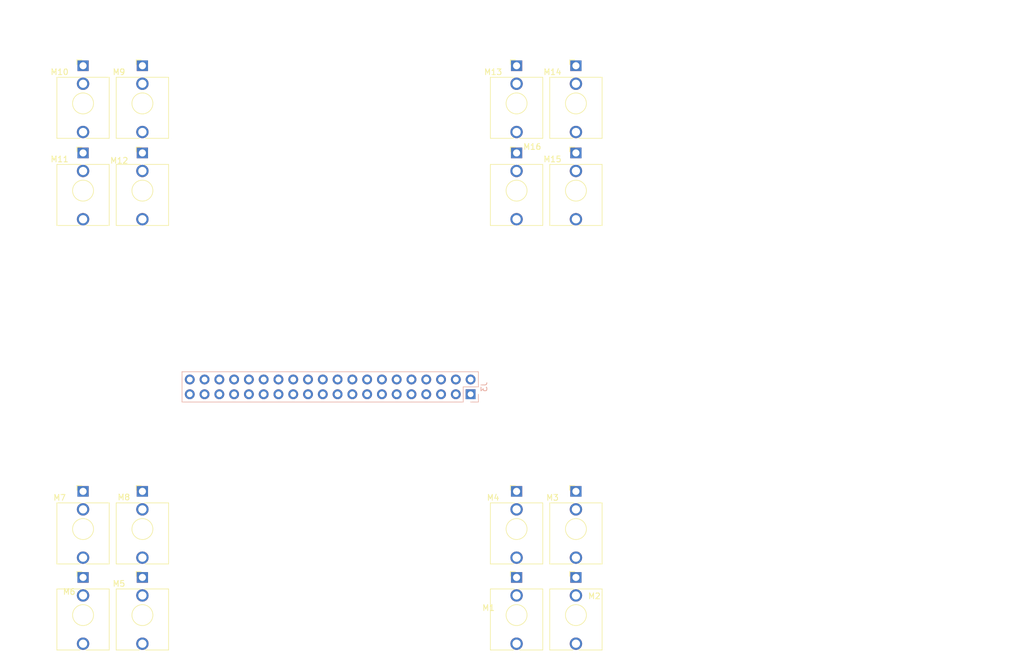
<source format=kicad_pcb>
(kicad_pcb (version 20171130) (host pcbnew 5.0.2+dfsg1-1)

  (general
    (thickness 1.6)
    (drawings 3)
    (tracks 0)
    (zones 0)
    (modules 17)
    (nets 42)
  )

  (page A4)
  (layers
    (0 F.Cu signal)
    (31 B.Cu signal)
    (32 B.Adhes user)
    (33 F.Adhes user)
    (34 B.Paste user)
    (35 F.Paste user)
    (36 B.SilkS user)
    (37 F.SilkS user)
    (38 B.Mask user)
    (39 F.Mask user)
    (40 Dwgs.User user)
    (41 Cmts.User user)
    (42 Eco1.User user)
    (43 Eco2.User user)
    (44 Edge.Cuts user)
    (45 Margin user)
    (46 B.CrtYd user)
    (47 F.CrtYd user)
    (48 B.Fab user)
    (49 F.Fab user)
  )

  (setup
    (last_trace_width 0.25)
    (user_trace_width 0.3)
    (user_trace_width 0.4)
    (user_trace_width 0.6)
    (user_trace_width 0.8)
    (trace_clearance 0.2)
    (zone_clearance 0.4)
    (zone_45_only no)
    (trace_min 0.2)
    (segment_width 0.2)
    (edge_width 0.15)
    (via_size 0.8)
    (via_drill 0.4)
    (via_min_size 0.4)
    (via_min_drill 0.3)
    (uvia_size 0.3)
    (uvia_drill 0.1)
    (uvias_allowed no)
    (uvia_min_size 0.2)
    (uvia_min_drill 0.1)
    (pcb_text_width 0.3)
    (pcb_text_size 1.5 1.5)
    (mod_edge_width 0.15)
    (mod_text_size 1 1)
    (mod_text_width 0.15)
    (pad_size 1.7 1.7)
    (pad_drill 1)
    (pad_to_mask_clearance 0.051)
    (solder_mask_min_width 0.25)
    (aux_axis_origin 0 0)
    (grid_origin 263.5 10.7)
    (visible_elements FFFFF77F)
    (pcbplotparams
      (layerselection 0x010fc_ffffffff)
      (usegerberextensions false)
      (usegerberattributes false)
      (usegerberadvancedattributes false)
      (creategerberjobfile false)
      (excludeedgelayer true)
      (linewidth 0.050000)
      (plotframeref false)
      (viasonmask false)
      (mode 1)
      (useauxorigin false)
      (hpglpennumber 1)
      (hpglpenspeed 20)
      (hpglpendiameter 15.000000)
      (psnegative false)
      (psa4output false)
      (plotreference true)
      (plotvalue true)
      (plotinvisibletext false)
      (padsonsilk false)
      (subtractmaskfromsilk false)
      (outputformat 1)
      (mirror false)
      (drillshape 1)
      (scaleselection 1)
      (outputdirectory ""))
  )

  (net 0 "")
  (net 1 GND)
  (net 2 +3.3VA)
  (net 3 IN4)
  (net 4 IN2)
  (net 5 IN3)
  (net 6 IN1)
  (net 7 ADC6)
  (net 8 C4)
  (net 9 ADC7)
  (net 10 B4)
  (net 11 F8)
  (net 12 F5)
  (net 13 F7)
  (net 14 F1)
  (net 15 C1)
  (net 16 ADC5)
  (net 17 ADC4)
  (net 18 Frec)
  (net 19 C3)
  (net 20 ADC0)
  (net 21 Fpush)
  (net 22 Fplay)
  (net 23 B3)
  (net 24 F6)
  (net 25 B1)
  (net 26 ADC1)
  (net 27 F4)
  (net 28 ADC3)
  (net 29 F2)
  (net 30 ADC2)
  (net 31 F3)
  (net 32 B2)
  (net 33 C2)
  (net 34 OUT4)
  (net 35 OUT3)
  (net 36 OUT2)
  (net 37 OUT1)
  (net 38 v4)
  (net 39 v3)
  (net 40 v2)
  (net 41 v1)

  (net_class Default "This is the default net class."
    (clearance 0.2)
    (trace_width 0.25)
    (via_dia 0.8)
    (via_drill 0.4)
    (uvia_dia 0.3)
    (uvia_drill 0.1)
    (add_net +3.3VA)
    (add_net ADC0)
    (add_net ADC1)
    (add_net ADC2)
    (add_net ADC3)
    (add_net ADC4)
    (add_net ADC5)
    (add_net ADC6)
    (add_net ADC7)
    (add_net B1)
    (add_net B2)
    (add_net B3)
    (add_net B4)
    (add_net C1)
    (add_net C2)
    (add_net C3)
    (add_net C4)
    (add_net F1)
    (add_net F2)
    (add_net F3)
    (add_net F4)
    (add_net F5)
    (add_net F6)
    (add_net F7)
    (add_net F8)
    (add_net Fplay)
    (add_net Fpush)
    (add_net Frec)
    (add_net GND)
    (add_net IN1)
    (add_net IN2)
    (add_net IN3)
    (add_net IN4)
    (add_net OUT1)
    (add_net OUT2)
    (add_net OUT3)
    (add_net OUT4)
    (add_net v1)
    (add_net v2)
    (add_net v3)
    (add_net v4)
  )

  (module Pin_Headers:Pin_Header_Straight_2x20_Pitch2.54mm locked (layer B.Cu) (tedit 59650533) (tstamp 5F97B430)
    (at 126.1 105.5 90)
    (descr "Through hole straight pin header, 2x20, 2.54mm pitch, double rows")
    (tags "Through hole pin header THT 2x20 2.54mm double row")
    (path /5F99750E/5FA1B930)
    (fp_text reference J3 (at 1.27 2.33 90) (layer B.SilkS)
      (effects (font (size 1 1) (thickness 0.15)) (justify mirror))
    )
    (fp_text value Conn_02x20_Counter_Clockwise (at 1.27 -50.59 90) (layer B.Fab)
      (effects (font (size 1 1) (thickness 0.15)) (justify mirror))
    )
    (fp_line (start 0 1.27) (end 3.81 1.27) (layer B.Fab) (width 0.1))
    (fp_line (start 3.81 1.27) (end 3.81 -49.53) (layer B.Fab) (width 0.1))
    (fp_line (start 3.81 -49.53) (end -1.27 -49.53) (layer B.Fab) (width 0.1))
    (fp_line (start -1.27 -49.53) (end -1.27 0) (layer B.Fab) (width 0.1))
    (fp_line (start -1.27 0) (end 0 1.27) (layer B.Fab) (width 0.1))
    (fp_line (start -1.33 -49.59) (end 3.87 -49.59) (layer B.SilkS) (width 0.12))
    (fp_line (start -1.33 -1.27) (end -1.33 -49.59) (layer B.SilkS) (width 0.12))
    (fp_line (start 3.87 1.33) (end 3.87 -49.59) (layer B.SilkS) (width 0.12))
    (fp_line (start -1.33 -1.27) (end 1.27 -1.27) (layer B.SilkS) (width 0.12))
    (fp_line (start 1.27 -1.27) (end 1.27 1.33) (layer B.SilkS) (width 0.12))
    (fp_line (start 1.27 1.33) (end 3.87 1.33) (layer B.SilkS) (width 0.12))
    (fp_line (start -1.33 0) (end -1.33 1.33) (layer B.SilkS) (width 0.12))
    (fp_line (start -1.33 1.33) (end 0 1.33) (layer B.SilkS) (width 0.12))
    (fp_line (start -1.8 1.8) (end -1.8 -50.05) (layer B.CrtYd) (width 0.05))
    (fp_line (start -1.8 -50.05) (end 4.35 -50.05) (layer B.CrtYd) (width 0.05))
    (fp_line (start 4.35 -50.05) (end 4.35 1.8) (layer B.CrtYd) (width 0.05))
    (fp_line (start 4.35 1.8) (end -1.8 1.8) (layer B.CrtYd) (width 0.05))
    (fp_text user %R (at 1.27 -24.13) (layer B.Fab)
      (effects (font (size 1 1) (thickness 0.15)) (justify mirror))
    )
    (pad 1 thru_hole rect (at 0 0 90) (size 1.7 1.7) (drill 1) (layers *.Cu *.Mask)
      (net 7 ADC6))
    (pad 2 thru_hole oval (at 2.54 0 90) (size 1.7 1.7) (drill 1) (layers *.Cu *.Mask)
      (net 8 C4))
    (pad 3 thru_hole oval (at 0 -2.54 90) (size 1.7 1.7) (drill 1) (layers *.Cu *.Mask)
      (net 9 ADC7))
    (pad 4 thru_hole oval (at 2.54 -2.54 90) (size 1.7 1.7) (drill 1) (layers *.Cu *.Mask)
      (net 10 B4))
    (pad 5 thru_hole oval (at 0 -5.08 90) (size 1.7 1.7) (drill 1) (layers *.Cu *.Mask)
      (net 3 IN4))
    (pad 6 thru_hole oval (at 2.54 -5.08 90) (size 1.7 1.7) (drill 1) (layers *.Cu *.Mask)
      (net 11 F8))
    (pad 7 thru_hole oval (at 0 -7.62 90) (size 1.7 1.7) (drill 1) (layers *.Cu *.Mask)
      (net 2 +3.3VA))
    (pad 8 thru_hole oval (at 2.54 -7.62 90) (size 1.7 1.7) (drill 1) (layers *.Cu *.Mask)
      (net 1 GND))
    (pad 9 thru_hole oval (at 0 -10.16 90) (size 1.7 1.7) (drill 1) (layers *.Cu *.Mask)
      (net 1 GND))
    (pad 10 thru_hole oval (at 2.54 -10.16 90) (size 1.7 1.7) (drill 1) (layers *.Cu *.Mask)
      (net 12 F5))
    (pad 11 thru_hole oval (at 0 -12.7 90) (size 1.7 1.7) (drill 1) (layers *.Cu *.Mask)
      (net 13 F7))
    (pad 12 thru_hole oval (at 2.54 -12.7 90) (size 1.7 1.7) (drill 1) (layers *.Cu *.Mask)
      (net 2 +3.3VA))
    (pad 13 thru_hole oval (at 0 -15.24 90) (size 1.7 1.7) (drill 1) (layers *.Cu *.Mask)
      (net 14 F1))
    (pad 14 thru_hole oval (at 2.54 -15.24 90) (size 1.7 1.7) (drill 1) (layers *.Cu *.Mask)
      (net 5 IN3))
    (pad 15 thru_hole oval (at 0 -17.78 90) (size 1.7 1.7) (drill 1) (layers *.Cu *.Mask)
      (net 15 C1))
    (pad 16 thru_hole oval (at 2.54 -17.78 90) (size 1.7 1.7) (drill 1) (layers *.Cu *.Mask)
      (net 16 ADC5))
    (pad 17 thru_hole oval (at 0 -20.32 90) (size 1.7 1.7) (drill 1) (layers *.Cu *.Mask)
      (net 6 IN1))
    (pad 18 thru_hole oval (at 2.54 -20.32 90) (size 1.7 1.7) (drill 1) (layers *.Cu *.Mask)
      (net 17 ADC4))
    (pad 19 thru_hole oval (at 0 -22.86 90) (size 1.7 1.7) (drill 1) (layers *.Cu *.Mask)
      (net 18 Frec))
    (pad 20 thru_hole oval (at 2.54 -22.86 90) (size 1.7 1.7) (drill 1) (layers *.Cu *.Mask)
      (net 19 C3))
    (pad 21 thru_hole oval (at 0 -25.4 90) (size 1.7 1.7) (drill 1) (layers *.Cu *.Mask)
      (net 20 ADC0))
    (pad 22 thru_hole oval (at 2.54 -25.4 90) (size 1.7 1.7) (drill 1) (layers *.Cu *.Mask)
      (net 21 Fpush))
    (pad 23 thru_hole oval (at 0 -27.94 90) (size 1.7 1.7) (drill 1) (layers *.Cu *.Mask)
      (net 22 Fplay))
    (pad 24 thru_hole oval (at 2.54 -27.94 90) (size 1.7 1.7) (drill 1) (layers *.Cu *.Mask)
      (net 23 B3))
    (pad 25 thru_hole oval (at 0 -30.48 90) (size 1.7 1.7) (drill 1) (layers *.Cu *.Mask)
      (net 2 +3.3VA))
    (pad 26 thru_hole oval (at 2.54 -30.48 90) (size 1.7 1.7) (drill 1) (layers *.Cu *.Mask)
      (net 24 F6))
    (pad 27 thru_hole oval (at 0 -33.02 90) (size 1.7 1.7) (drill 1) (layers *.Cu *.Mask)
      (net 25 B1))
    (pad 28 thru_hole oval (at 2.54 -33.02 90) (size 1.7 1.7) (drill 1) (layers *.Cu *.Mask)
      (net 1 GND))
    (pad 29 thru_hole oval (at 0 -35.56 90) (size 1.7 1.7) (drill 1) (layers *.Cu *.Mask)
      (net 26 ADC1))
    (pad 30 thru_hole oval (at 2.54 -35.56 90) (size 1.7 1.7) (drill 1) (layers *.Cu *.Mask)
      (net 27 F4))
    (pad 31 thru_hole oval (at 0 -38.1 90) (size 1.7 1.7) (drill 1) (layers *.Cu *.Mask)
      (net 2 +3.3VA))
    (pad 32 thru_hole oval (at 2.54 -38.1 90) (size 1.7 1.7) (drill 1) (layers *.Cu *.Mask)
      (net 2 +3.3VA))
    (pad 33 thru_hole oval (at 0 -40.64 90) (size 1.7 1.7) (drill 1) (layers *.Cu *.Mask)
      (net 1 GND))
    (pad 34 thru_hole oval (at 2.54 -40.64 90) (size 1.7 1.7) (drill 1) (layers *.Cu *.Mask)
      (net 28 ADC3))
    (pad 35 thru_hole oval (at 0 -43.18 90) (size 1.7 1.7) (drill 1) (layers *.Cu *.Mask)
      (net 29 F2))
    (pad 36 thru_hole oval (at 2.54 -43.18 90) (size 1.7 1.7) (drill 1) (layers *.Cu *.Mask)
      (net 30 ADC2))
    (pad 37 thru_hole oval (at 0 -45.72 90) (size 1.7 1.7) (drill 1) (layers *.Cu *.Mask)
      (net 31 F3))
    (pad 38 thru_hole oval (at 2.54 -45.72 90) (size 1.7 1.7) (drill 1) (layers *.Cu *.Mask)
      (net 32 B2))
    (pad 39 thru_hole oval (at 0 -48.26 90) (size 1.7 1.7) (drill 1) (layers *.Cu *.Mask)
      (net 4 IN2))
    (pad 40 thru_hole oval (at 2.54 -48.26 90) (size 1.7 1.7) (drill 1) (layers *.Cu *.Mask)
      (net 33 C2))
    (model ${KISYS3DMOD}/Pin_Headers.3dshapes/Pin_Header_Straight_2x20_Pitch2.54mm.wrl
      (at (xyz 0 0 0))
      (scale (xyz 1 1 1))
      (rotate (xyz 0 0 0))
    )
  )

  (module new_kicad:Jack_3.5mm_QingPu_WQP-PJ398SM_Vertical_CircularHoles locked (layer F.Cu) (tedit 5FDB4A9C) (tstamp 5FD7541E)
    (at 134 137)
    (descr "TRS 3.5mm, vertical, Thonkiconn, PCB mount, (http://www.qingpu-electronics.com/en/products/WQP-PJ398SM-362.html)")
    (tags "WQP-PJ398SM WQP-PJ301M-12 TRS 3.5mm mono vertical jack thonkiconn qingpu")
    (path /5EED4BC5/5FC4EB23)
    (fp_text reference M1 (at -4.82 5.24 180) (layer F.SilkS)
      (effects (font (size 1 1) (thickness 0.15)))
    )
    (fp_text value AUDIO-JACKERTHENVAR-PJ398 (at -2.3 1.2 180) (layer F.Fab)
      (effects (font (size 1 1) (thickness 0.15)))
    )
    (fp_line (start 0 0) (end 0 2.03) (layer F.Fab) (width 0.1))
    (fp_circle (center 0 6.48) (end 1.8 6.48) (layer F.Fab) (width 0.1))
    (fp_line (start 4.5 2.03) (end -4.5 2.03) (layer F.Fab) (width 0.1))
    (fp_line (start 5 -1.42) (end -5 -1.42) (layer F.CrtYd) (width 0.05))
    (fp_line (start 5 12.98) (end -5 12.98) (layer F.CrtYd) (width 0.05))
    (fp_line (start 5 12.98) (end 5 -1.42) (layer F.CrtYd) (width 0.05))
    (fp_line (start 4.5 12.48) (end -4.5 12.48) (layer F.Fab) (width 0.1))
    (fp_line (start 4.5 12.48) (end 4.5 2.08) (layer F.Fab) (width 0.1))
    (fp_line (start -1.06 -1) (end -0.2 -1) (layer F.SilkS) (width 0.12))
    (fp_line (start -1.06 -1) (end -1.06 -0.2) (layer F.SilkS) (width 0.12))
    (fp_circle (center 0 6.48) (end 1.8 6.48) (layer F.SilkS) (width 0.12))
    (fp_line (start -0.35 1.98) (end -4.5 1.98) (layer F.SilkS) (width 0.12))
    (fp_line (start 4.5 1.98) (end 0.35 1.98) (layer F.SilkS) (width 0.12))
    (fp_line (start -0.5 12.48) (end -4.5 12.48) (layer F.SilkS) (width 0.12))
    (fp_line (start 4.5 12.48) (end 0.5 12.48) (layer F.SilkS) (width 0.12))
    (fp_line (start -1.41 6.02) (end -0.46 5.07) (layer Dwgs.User) (width 0.12))
    (fp_line (start -1.42 6.875) (end 0.4 5.06) (layer Dwgs.User) (width 0.12))
    (fp_line (start -1.07 7.49) (end 1.01 5.41) (layer Dwgs.User) (width 0.12))
    (fp_line (start -0.58 7.83) (end 1.36 5.89) (layer Dwgs.User) (width 0.12))
    (fp_line (start 0.09 7.96) (end 1.48 6.57) (layer Dwgs.User) (width 0.12))
    (fp_circle (center 0 6.48) (end 1.5 6.48) (layer Dwgs.User) (width 0.12))
    (fp_line (start 4.5 1.98) (end 4.5 12.48) (layer F.SilkS) (width 0.12))
    (fp_line (start -4.5 1.98) (end -4.5 12.48) (layer F.SilkS) (width 0.12))
    (fp_text user %R (at 0 8 180) (layer F.Fab)
      (effects (font (size 1 1) (thickness 0.15)))
    )
    (fp_line (start -4.5 12.48) (end -4.5 2.08) (layer F.Fab) (width 0.1))
    (fp_line (start -5 12.98) (end -5 -1.42) (layer F.CrtYd) (width 0.05))
    (fp_text user KEEPOUT (at 0 6.48) (layer Cmts.User)
      (effects (font (size 0.4 0.4) (thickness 0.051)))
    )
    (pad 3 thru_hole circle (at 0 11.4 180) (size 2.13 2.13) (drill 1.43) (layers *.Cu *.Mask)
      (net 37 OUT1))
    (pad 1 thru_hole rect (at 0 0 180) (size 1.93 1.83) (drill 1.22) (layers *.Cu *.Mask)
      (net 1 GND))
    (pad 2 thru_hole circle (at 0 3.1 180) (size 2.13 2.13) (drill 1.42) (layers *.Cu *.Mask))
    (model ${KISYS3DMOD}/Connector_Audio.3dshapes/Jack_3.5mm_QingPu_WQP-PJ398SM_Vertical.wrl
      (at (xyz 0 0 0))
      (scale (xyz 1 1 1))
      (rotate (xyz 0 0 0))
    )
  )

  (module new_kicad:Jack_3.5mm_QingPu_WQP-PJ398SM_Vertical_CircularHoles locked (layer F.Cu) (tedit 5FDB4A9F) (tstamp 5FD75440)
    (at 144.2 137)
    (descr "TRS 3.5mm, vertical, Thonkiconn, PCB mount, (http://www.qingpu-electronics.com/en/products/WQP-PJ398SM-362.html)")
    (tags "WQP-PJ398SM WQP-PJ301M-12 TRS 3.5mm mono vertical jack thonkiconn qingpu")
    (path /5EED4BC5/5FC4F7E9)
    (fp_text reference M2 (at 3.17 3.21 180) (layer F.SilkS)
      (effects (font (size 1 1) (thickness 0.15)))
    )
    (fp_text value AUDIO-JACKERTHENVAR-PJ398 (at 0 5 180) (layer F.Fab)
      (effects (font (size 1 1) (thickness 0.15)))
    )
    (fp_line (start 0 0) (end 0 2.03) (layer F.Fab) (width 0.1))
    (fp_circle (center 0 6.48) (end 1.8 6.48) (layer F.Fab) (width 0.1))
    (fp_line (start 4.5 2.03) (end -4.5 2.03) (layer F.Fab) (width 0.1))
    (fp_line (start 5 -1.42) (end -5 -1.42) (layer F.CrtYd) (width 0.05))
    (fp_line (start 5 12.98) (end -5 12.98) (layer F.CrtYd) (width 0.05))
    (fp_line (start 5 12.98) (end 5 -1.42) (layer F.CrtYd) (width 0.05))
    (fp_line (start 4.5 12.48) (end -4.5 12.48) (layer F.Fab) (width 0.1))
    (fp_line (start 4.5 12.48) (end 4.5 2.08) (layer F.Fab) (width 0.1))
    (fp_line (start -1.06 -1) (end -0.2 -1) (layer F.SilkS) (width 0.12))
    (fp_line (start -1.06 -1) (end -1.06 -0.2) (layer F.SilkS) (width 0.12))
    (fp_circle (center 0 6.48) (end 1.8 6.48) (layer F.SilkS) (width 0.12))
    (fp_line (start -0.35 1.98) (end -4.5 1.98) (layer F.SilkS) (width 0.12))
    (fp_line (start 4.5 1.98) (end 0.35 1.98) (layer F.SilkS) (width 0.12))
    (fp_line (start -0.5 12.48) (end -4.5 12.48) (layer F.SilkS) (width 0.12))
    (fp_line (start 4.5 12.48) (end 0.5 12.48) (layer F.SilkS) (width 0.12))
    (fp_line (start -1.41 6.02) (end -0.46 5.07) (layer Dwgs.User) (width 0.12))
    (fp_line (start -1.42 6.875) (end 0.4 5.06) (layer Dwgs.User) (width 0.12))
    (fp_line (start -1.07 7.49) (end 1.01 5.41) (layer Dwgs.User) (width 0.12))
    (fp_line (start -0.58 7.83) (end 1.36 5.89) (layer Dwgs.User) (width 0.12))
    (fp_line (start 0.09 7.96) (end 1.48 6.57) (layer Dwgs.User) (width 0.12))
    (fp_circle (center 0 6.48) (end 1.5 6.48) (layer Dwgs.User) (width 0.12))
    (fp_line (start 4.5 1.98) (end 4.5 12.48) (layer F.SilkS) (width 0.12))
    (fp_line (start -4.5 1.98) (end -4.5 12.48) (layer F.SilkS) (width 0.12))
    (fp_text user %R (at 0 8 180) (layer F.Fab)
      (effects (font (size 1 1) (thickness 0.15)))
    )
    (fp_line (start -4.5 12.48) (end -4.5 2.08) (layer F.Fab) (width 0.1))
    (fp_line (start -5 12.98) (end -5 -1.42) (layer F.CrtYd) (width 0.05))
    (fp_text user KEEPOUT (at 0 6.48) (layer Cmts.User)
      (effects (font (size 0.4 0.4) (thickness 0.051)))
    )
    (pad 3 thru_hole circle (at 0 11.4 180) (size 2.13 2.13) (drill 1.43) (layers *.Cu *.Mask)
      (net 15 C1))
    (pad 1 thru_hole rect (at 0 0 180) (size 1.93 1.83) (drill 1.22) (layers *.Cu *.Mask)
      (net 1 GND))
    (pad 2 thru_hole circle (at 0 3.1 180) (size 2.13 2.13) (drill 1.42) (layers *.Cu *.Mask))
    (model ${KISYS3DMOD}/Connector_Audio.3dshapes/Jack_3.5mm_QingPu_WQP-PJ398SM_Vertical.wrl
      (at (xyz 0 0 0))
      (scale (xyz 1 1 1))
      (rotate (xyz 0 0 0))
    )
  )

  (module new_kicad:Jack_3.5mm_QingPu_WQP-PJ398SM_Vertical_CircularHoles locked (layer F.Cu) (tedit 5D4B3013) (tstamp 5FD75462)
    (at 144.2 122.2)
    (descr "TRS 3.5mm, vertical, Thonkiconn, PCB mount, (http://www.qingpu-electronics.com/en/products/WQP-PJ398SM-362.html)")
    (tags "WQP-PJ398SM WQP-PJ301M-12 TRS 3.5mm mono vertical jack thonkiconn qingpu")
    (path /5EED4BC5/5FC4E359)
    (fp_text reference M3 (at -4.03 1.08 180) (layer F.SilkS)
      (effects (font (size 1 1) (thickness 0.15)))
    )
    (fp_text value AUDIO-JACKERTHENVAR-PJ398 (at 0 5 180) (layer F.Fab)
      (effects (font (size 1 1) (thickness 0.15)))
    )
    (fp_line (start 0 0) (end 0 2.03) (layer F.Fab) (width 0.1))
    (fp_circle (center 0 6.48) (end 1.8 6.48) (layer F.Fab) (width 0.1))
    (fp_line (start 4.5 2.03) (end -4.5 2.03) (layer F.Fab) (width 0.1))
    (fp_line (start 5 -1.42) (end -5 -1.42) (layer F.CrtYd) (width 0.05))
    (fp_line (start 5 12.98) (end -5 12.98) (layer F.CrtYd) (width 0.05))
    (fp_line (start 5 12.98) (end 5 -1.42) (layer F.CrtYd) (width 0.05))
    (fp_line (start 4.5 12.48) (end -4.5 12.48) (layer F.Fab) (width 0.1))
    (fp_line (start 4.5 12.48) (end 4.5 2.08) (layer F.Fab) (width 0.1))
    (fp_line (start -1.06 -1) (end -0.2 -1) (layer F.SilkS) (width 0.12))
    (fp_line (start -1.06 -1) (end -1.06 -0.2) (layer F.SilkS) (width 0.12))
    (fp_circle (center 0 6.48) (end 1.8 6.48) (layer F.SilkS) (width 0.12))
    (fp_line (start -0.35 1.98) (end -4.5 1.98) (layer F.SilkS) (width 0.12))
    (fp_line (start 4.5 1.98) (end 0.35 1.98) (layer F.SilkS) (width 0.12))
    (fp_line (start -0.5 12.48) (end -4.5 12.48) (layer F.SilkS) (width 0.12))
    (fp_line (start 4.5 12.48) (end 0.5 12.48) (layer F.SilkS) (width 0.12))
    (fp_line (start -1.41 6.02) (end -0.46 5.07) (layer Dwgs.User) (width 0.12))
    (fp_line (start -1.42 6.875) (end 0.4 5.06) (layer Dwgs.User) (width 0.12))
    (fp_line (start -1.07 7.49) (end 1.01 5.41) (layer Dwgs.User) (width 0.12))
    (fp_line (start -0.58 7.83) (end 1.36 5.89) (layer Dwgs.User) (width 0.12))
    (fp_line (start 0.09 7.96) (end 1.48 6.57) (layer Dwgs.User) (width 0.12))
    (fp_circle (center 0 6.48) (end 1.5 6.48) (layer Dwgs.User) (width 0.12))
    (fp_line (start 4.5 1.98) (end 4.5 12.48) (layer F.SilkS) (width 0.12))
    (fp_line (start -4.5 1.98) (end -4.5 12.48) (layer F.SilkS) (width 0.12))
    (fp_text user %R (at 0 8 180) (layer F.Fab)
      (effects (font (size 1 1) (thickness 0.15)))
    )
    (fp_line (start -4.5 12.48) (end -4.5 2.08) (layer F.Fab) (width 0.1))
    (fp_line (start -5 12.98) (end -5 -1.42) (layer F.CrtYd) (width 0.05))
    (fp_text user KEEPOUT (at 0 6.48) (layer Cmts.User)
      (effects (font (size 0.4 0.4) (thickness 0.051)))
    )
    (pad 3 thru_hole circle (at 0 11.4 180) (size 2.13 2.13) (drill 1.43) (layers *.Cu *.Mask)
      (net 6 IN1))
    (pad 1 thru_hole rect (at 0 0 180) (size 1.93 1.83) (drill 1.22) (layers *.Cu *.Mask)
      (net 1 GND))
    (pad 2 thru_hole circle (at 0 3.1 180) (size 2.13 2.13) (drill 1.42) (layers *.Cu *.Mask))
    (model ${KISYS3DMOD}/Connector_Audio.3dshapes/Jack_3.5mm_QingPu_WQP-PJ398SM_Vertical.wrl
      (at (xyz 0 0 0))
      (scale (xyz 1 1 1))
      (rotate (xyz 0 0 0))
    )
  )

  (module new_kicad:Jack_3.5mm_QingPu_WQP-PJ398SM_Vertical_CircularHoles locked (layer F.Cu) (tedit 5D4B3013) (tstamp 5FD75484)
    (at 134 122.2)
    (descr "TRS 3.5mm, vertical, Thonkiconn, PCB mount, (http://www.qingpu-electronics.com/en/products/WQP-PJ398SM-362.html)")
    (tags "WQP-PJ398SM WQP-PJ301M-12 TRS 3.5mm mono vertical jack thonkiconn qingpu")
    (path /5EED4BC5/5FC4D065)
    (fp_text reference M4 (at -4.03 1.08 180) (layer F.SilkS)
      (effects (font (size 1 1) (thickness 0.15)))
    )
    (fp_text value AUDIO-JACKERTHENVAR-PJ398 (at 0 5 180) (layer F.Fab)
      (effects (font (size 1 1) (thickness 0.15)))
    )
    (fp_text user KEEPOUT (at 0 6.48) (layer Cmts.User)
      (effects (font (size 0.4 0.4) (thickness 0.051)))
    )
    (fp_line (start -5 12.98) (end -5 -1.42) (layer F.CrtYd) (width 0.05))
    (fp_line (start -4.5 12.48) (end -4.5 2.08) (layer F.Fab) (width 0.1))
    (fp_text user %R (at 0 8 180) (layer F.Fab)
      (effects (font (size 1 1) (thickness 0.15)))
    )
    (fp_line (start -4.5 1.98) (end -4.5 12.48) (layer F.SilkS) (width 0.12))
    (fp_line (start 4.5 1.98) (end 4.5 12.48) (layer F.SilkS) (width 0.12))
    (fp_circle (center 0 6.48) (end 1.5 6.48) (layer Dwgs.User) (width 0.12))
    (fp_line (start 0.09 7.96) (end 1.48 6.57) (layer Dwgs.User) (width 0.12))
    (fp_line (start -0.58 7.83) (end 1.36 5.89) (layer Dwgs.User) (width 0.12))
    (fp_line (start -1.07 7.49) (end 1.01 5.41) (layer Dwgs.User) (width 0.12))
    (fp_line (start -1.42 6.875) (end 0.4 5.06) (layer Dwgs.User) (width 0.12))
    (fp_line (start -1.41 6.02) (end -0.46 5.07) (layer Dwgs.User) (width 0.12))
    (fp_line (start 4.5 12.48) (end 0.5 12.48) (layer F.SilkS) (width 0.12))
    (fp_line (start -0.5 12.48) (end -4.5 12.48) (layer F.SilkS) (width 0.12))
    (fp_line (start 4.5 1.98) (end 0.35 1.98) (layer F.SilkS) (width 0.12))
    (fp_line (start -0.35 1.98) (end -4.5 1.98) (layer F.SilkS) (width 0.12))
    (fp_circle (center 0 6.48) (end 1.8 6.48) (layer F.SilkS) (width 0.12))
    (fp_line (start -1.06 -1) (end -1.06 -0.2) (layer F.SilkS) (width 0.12))
    (fp_line (start -1.06 -1) (end -0.2 -1) (layer F.SilkS) (width 0.12))
    (fp_line (start 4.5 12.48) (end 4.5 2.08) (layer F.Fab) (width 0.1))
    (fp_line (start 4.5 12.48) (end -4.5 12.48) (layer F.Fab) (width 0.1))
    (fp_line (start 5 12.98) (end 5 -1.42) (layer F.CrtYd) (width 0.05))
    (fp_line (start 5 12.98) (end -5 12.98) (layer F.CrtYd) (width 0.05))
    (fp_line (start 5 -1.42) (end -5 -1.42) (layer F.CrtYd) (width 0.05))
    (fp_line (start 4.5 2.03) (end -4.5 2.03) (layer F.Fab) (width 0.1))
    (fp_circle (center 0 6.48) (end 1.8 6.48) (layer F.Fab) (width 0.1))
    (fp_line (start 0 0) (end 0 2.03) (layer F.Fab) (width 0.1))
    (pad 2 thru_hole circle (at 0 3.1 180) (size 2.13 2.13) (drill 1.42) (layers *.Cu *.Mask))
    (pad 1 thru_hole rect (at 0 0 180) (size 1.93 1.83) (drill 1.22) (layers *.Cu *.Mask)
      (net 1 GND))
    (pad 3 thru_hole circle (at 0 11.4 180) (size 2.13 2.13) (drill 1.43) (layers *.Cu *.Mask)
      (net 41 v1))
    (model ${KISYS3DMOD}/Connector_Audio.3dshapes/Jack_3.5mm_QingPu_WQP-PJ398SM_Vertical.wrl
      (at (xyz 0 0 0))
      (scale (xyz 1 1 1))
      (rotate (xyz 0 0 0))
    )
  )

  (module new_kicad:Jack_3.5mm_QingPu_WQP-PJ398SM_Vertical_CircularHoles locked (layer F.Cu) (tedit 5D4B3013) (tstamp 5FD754A6)
    (at 69.7 137)
    (descr "TRS 3.5mm, vertical, Thonkiconn, PCB mount, (http://www.qingpu-electronics.com/en/products/WQP-PJ398SM-362.html)")
    (tags "WQP-PJ398SM WQP-PJ301M-12 TRS 3.5mm mono vertical jack thonkiconn qingpu")
    (path /5EED4BC5/5FC4EB33)
    (fp_text reference M5 (at -4.03 1.08 180) (layer F.SilkS)
      (effects (font (size 1 1) (thickness 0.15)))
    )
    (fp_text value AUDIO-JACKERTHENVAR-PJ398 (at 0 5 180) (layer F.Fab)
      (effects (font (size 1 1) (thickness 0.15)))
    )
    (fp_text user KEEPOUT (at 0 6.48) (layer Cmts.User)
      (effects (font (size 0.4 0.4) (thickness 0.051)))
    )
    (fp_line (start -5 12.98) (end -5 -1.42) (layer F.CrtYd) (width 0.05))
    (fp_line (start -4.5 12.48) (end -4.5 2.08) (layer F.Fab) (width 0.1))
    (fp_text user %R (at 0 8 180) (layer F.Fab)
      (effects (font (size 1 1) (thickness 0.15)))
    )
    (fp_line (start -4.5 1.98) (end -4.5 12.48) (layer F.SilkS) (width 0.12))
    (fp_line (start 4.5 1.98) (end 4.5 12.48) (layer F.SilkS) (width 0.12))
    (fp_circle (center 0 6.48) (end 1.5 6.48) (layer Dwgs.User) (width 0.12))
    (fp_line (start 0.09 7.96) (end 1.48 6.57) (layer Dwgs.User) (width 0.12))
    (fp_line (start -0.58 7.83) (end 1.36 5.89) (layer Dwgs.User) (width 0.12))
    (fp_line (start -1.07 7.49) (end 1.01 5.41) (layer Dwgs.User) (width 0.12))
    (fp_line (start -1.42 6.875) (end 0.4 5.06) (layer Dwgs.User) (width 0.12))
    (fp_line (start -1.41 6.02) (end -0.46 5.07) (layer Dwgs.User) (width 0.12))
    (fp_line (start 4.5 12.48) (end 0.5 12.48) (layer F.SilkS) (width 0.12))
    (fp_line (start -0.5 12.48) (end -4.5 12.48) (layer F.SilkS) (width 0.12))
    (fp_line (start 4.5 1.98) (end 0.35 1.98) (layer F.SilkS) (width 0.12))
    (fp_line (start -0.35 1.98) (end -4.5 1.98) (layer F.SilkS) (width 0.12))
    (fp_circle (center 0 6.48) (end 1.8 6.48) (layer F.SilkS) (width 0.12))
    (fp_line (start -1.06 -1) (end -1.06 -0.2) (layer F.SilkS) (width 0.12))
    (fp_line (start -1.06 -1) (end -0.2 -1) (layer F.SilkS) (width 0.12))
    (fp_line (start 4.5 12.48) (end 4.5 2.08) (layer F.Fab) (width 0.1))
    (fp_line (start 4.5 12.48) (end -4.5 12.48) (layer F.Fab) (width 0.1))
    (fp_line (start 5 12.98) (end 5 -1.42) (layer F.CrtYd) (width 0.05))
    (fp_line (start 5 12.98) (end -5 12.98) (layer F.CrtYd) (width 0.05))
    (fp_line (start 5 -1.42) (end -5 -1.42) (layer F.CrtYd) (width 0.05))
    (fp_line (start 4.5 2.03) (end -4.5 2.03) (layer F.Fab) (width 0.1))
    (fp_circle (center 0 6.48) (end 1.8 6.48) (layer F.Fab) (width 0.1))
    (fp_line (start 0 0) (end 0 2.03) (layer F.Fab) (width 0.1))
    (pad 2 thru_hole circle (at 0 3.1 180) (size 2.13 2.13) (drill 1.42) (layers *.Cu *.Mask))
    (pad 1 thru_hole rect (at 0 0 180) (size 1.93 1.83) (drill 1.22) (layers *.Cu *.Mask)
      (net 1 GND))
    (pad 3 thru_hole circle (at 0 11.4 180) (size 2.13 2.13) (drill 1.43) (layers *.Cu *.Mask)
      (net 36 OUT2))
    (model ${KISYS3DMOD}/Connector_Audio.3dshapes/Jack_3.5mm_QingPu_WQP-PJ398SM_Vertical.wrl
      (at (xyz 0 0 0))
      (scale (xyz 1 1 1))
      (rotate (xyz 0 0 0))
    )
  )

  (module new_kicad:Jack_3.5mm_QingPu_WQP-PJ398SM_Vertical_CircularHoles locked (layer F.Cu) (tedit 5FC6B6A1) (tstamp 5FD754C8)
    (at 59.5 137)
    (descr "TRS 3.5mm, vertical, Thonkiconn, PCB mount, (http://www.qingpu-electronics.com/en/products/WQP-PJ398SM-362.html)")
    (tags "WQP-PJ398SM WQP-PJ301M-12 TRS 3.5mm mono vertical jack thonkiconn qingpu")
    (path /5EED4BC5/5FC4F7F9)
    (fp_text reference M6 (at -2.385003 2.464999 180) (layer F.SilkS)
      (effects (font (size 1 1) (thickness 0.15)))
    )
    (fp_text value AUDIO-JACKERTHENVAR-PJ398 (at -2.385003 5.314999 180) (layer F.Fab)
      (effects (font (size 1 1) (thickness 0.15)))
    )
    (fp_text user KEEPOUT (at 0 6.48) (layer Cmts.User)
      (effects (font (size 0.4 0.4) (thickness 0.051)))
    )
    (fp_line (start -5 12.98) (end -5 -1.42) (layer F.CrtYd) (width 0.05))
    (fp_line (start -4.5 12.48) (end -4.5 2.08) (layer F.Fab) (width 0.1))
    (fp_text user %R (at 0 8 180) (layer F.Fab)
      (effects (font (size 1 1) (thickness 0.15)))
    )
    (fp_line (start -4.5 1.98) (end -4.5 12.48) (layer F.SilkS) (width 0.12))
    (fp_line (start 4.5 1.98) (end 4.5 12.48) (layer F.SilkS) (width 0.12))
    (fp_circle (center 0 6.48) (end 1.5 6.48) (layer Dwgs.User) (width 0.12))
    (fp_line (start 0.09 7.96) (end 1.48 6.57) (layer Dwgs.User) (width 0.12))
    (fp_line (start -0.58 7.83) (end 1.36 5.89) (layer Dwgs.User) (width 0.12))
    (fp_line (start -1.07 7.49) (end 1.01 5.41) (layer Dwgs.User) (width 0.12))
    (fp_line (start -1.42 6.875) (end 0.4 5.06) (layer Dwgs.User) (width 0.12))
    (fp_line (start -1.41 6.02) (end -0.46 5.07) (layer Dwgs.User) (width 0.12))
    (fp_line (start 4.5 12.48) (end 0.5 12.48) (layer F.SilkS) (width 0.12))
    (fp_line (start -0.5 12.48) (end -4.5 12.48) (layer F.SilkS) (width 0.12))
    (fp_line (start 4.5 1.98) (end 0.35 1.98) (layer F.SilkS) (width 0.12))
    (fp_line (start -0.35 1.98) (end -4.5 1.98) (layer F.SilkS) (width 0.12))
    (fp_circle (center 0 6.48) (end 1.8 6.48) (layer F.SilkS) (width 0.12))
    (fp_line (start -1.06 -1) (end -1.06 -0.2) (layer F.SilkS) (width 0.12))
    (fp_line (start -1.06 -1) (end -0.2 -1) (layer F.SilkS) (width 0.12))
    (fp_line (start 4.5 12.48) (end 4.5 2.08) (layer F.Fab) (width 0.1))
    (fp_line (start 4.5 12.48) (end -4.5 12.48) (layer F.Fab) (width 0.1))
    (fp_line (start 5 12.98) (end 5 -1.42) (layer F.CrtYd) (width 0.05))
    (fp_line (start 5 12.98) (end -5 12.98) (layer F.CrtYd) (width 0.05))
    (fp_line (start 5 -1.42) (end -5 -1.42) (layer F.CrtYd) (width 0.05))
    (fp_line (start 4.5 2.03) (end -4.5 2.03) (layer F.Fab) (width 0.1))
    (fp_circle (center 0 6.48) (end 1.8 6.48) (layer F.Fab) (width 0.1))
    (fp_line (start 0 0) (end 0 2.03) (layer F.Fab) (width 0.1))
    (pad 2 thru_hole circle (at 0 3.1 180) (size 2.13 2.13) (drill 1.42) (layers *.Cu *.Mask))
    (pad 1 thru_hole rect (at 0 0 180) (size 1.93 1.83) (drill 1.22) (layers *.Cu *.Mask)
      (net 1 GND))
    (pad 3 thru_hole circle (at 0 11.4 180) (size 2.13 2.13) (drill 1.43) (layers *.Cu *.Mask)
      (net 33 C2))
    (model ${KISYS3DMOD}/Connector_Audio.3dshapes/Jack_3.5mm_QingPu_WQP-PJ398SM_Vertical.wrl
      (at (xyz 0 0 0))
      (scale (xyz 1 1 1))
      (rotate (xyz 0 0 0))
    )
  )

  (module new_kicad:Jack_3.5mm_QingPu_WQP-PJ398SM_Vertical_CircularHoles locked (layer F.Cu) (tedit 5D4B3013) (tstamp 5FD754EA)
    (at 59.5 122.2)
    (descr "TRS 3.5mm, vertical, Thonkiconn, PCB mount, (http://www.qingpu-electronics.com/en/products/WQP-PJ398SM-362.html)")
    (tags "WQP-PJ398SM WQP-PJ301M-12 TRS 3.5mm mono vertical jack thonkiconn qingpu")
    (path /5EED4BC5/5FC4E369)
    (fp_text reference M7 (at -4.03 1.08 180) (layer F.SilkS)
      (effects (font (size 1 1) (thickness 0.15)))
    )
    (fp_text value AUDIO-JACKERTHENVAR-PJ398 (at 0 5 180) (layer F.Fab)
      (effects (font (size 1 1) (thickness 0.15)))
    )
    (fp_line (start 0 0) (end 0 2.03) (layer F.Fab) (width 0.1))
    (fp_circle (center 0 6.48) (end 1.8 6.48) (layer F.Fab) (width 0.1))
    (fp_line (start 4.5 2.03) (end -4.5 2.03) (layer F.Fab) (width 0.1))
    (fp_line (start 5 -1.42) (end -5 -1.42) (layer F.CrtYd) (width 0.05))
    (fp_line (start 5 12.98) (end -5 12.98) (layer F.CrtYd) (width 0.05))
    (fp_line (start 5 12.98) (end 5 -1.42) (layer F.CrtYd) (width 0.05))
    (fp_line (start 4.5 12.48) (end -4.5 12.48) (layer F.Fab) (width 0.1))
    (fp_line (start 4.5 12.48) (end 4.5 2.08) (layer F.Fab) (width 0.1))
    (fp_line (start -1.06 -1) (end -0.2 -1) (layer F.SilkS) (width 0.12))
    (fp_line (start -1.06 -1) (end -1.06 -0.2) (layer F.SilkS) (width 0.12))
    (fp_circle (center 0 6.48) (end 1.8 6.48) (layer F.SilkS) (width 0.12))
    (fp_line (start -0.35 1.98) (end -4.5 1.98) (layer F.SilkS) (width 0.12))
    (fp_line (start 4.5 1.98) (end 0.35 1.98) (layer F.SilkS) (width 0.12))
    (fp_line (start -0.5 12.48) (end -4.5 12.48) (layer F.SilkS) (width 0.12))
    (fp_line (start 4.5 12.48) (end 0.5 12.48) (layer F.SilkS) (width 0.12))
    (fp_line (start -1.41 6.02) (end -0.46 5.07) (layer Dwgs.User) (width 0.12))
    (fp_line (start -1.42 6.875) (end 0.4 5.06) (layer Dwgs.User) (width 0.12))
    (fp_line (start -1.07 7.49) (end 1.01 5.41) (layer Dwgs.User) (width 0.12))
    (fp_line (start -0.58 7.83) (end 1.36 5.89) (layer Dwgs.User) (width 0.12))
    (fp_line (start 0.09 7.96) (end 1.48 6.57) (layer Dwgs.User) (width 0.12))
    (fp_circle (center 0 6.48) (end 1.5 6.48) (layer Dwgs.User) (width 0.12))
    (fp_line (start 4.5 1.98) (end 4.5 12.48) (layer F.SilkS) (width 0.12))
    (fp_line (start -4.5 1.98) (end -4.5 12.48) (layer F.SilkS) (width 0.12))
    (fp_text user %R (at 0 8 180) (layer F.Fab)
      (effects (font (size 1 1) (thickness 0.15)))
    )
    (fp_line (start -4.5 12.48) (end -4.5 2.08) (layer F.Fab) (width 0.1))
    (fp_line (start -5 12.98) (end -5 -1.42) (layer F.CrtYd) (width 0.05))
    (fp_text user KEEPOUT (at 0 6.48) (layer Cmts.User)
      (effects (font (size 0.4 0.4) (thickness 0.051)))
    )
    (pad 3 thru_hole circle (at 0 11.4 180) (size 2.13 2.13) (drill 1.43) (layers *.Cu *.Mask)
      (net 4 IN2))
    (pad 1 thru_hole rect (at 0 0 180) (size 1.93 1.83) (drill 1.22) (layers *.Cu *.Mask)
      (net 1 GND))
    (pad 2 thru_hole circle (at 0 3.1 180) (size 2.13 2.13) (drill 1.42) (layers *.Cu *.Mask))
    (model ${KISYS3DMOD}/Connector_Audio.3dshapes/Jack_3.5mm_QingPu_WQP-PJ398SM_Vertical.wrl
      (at (xyz 0 0 0))
      (scale (xyz 1 1 1))
      (rotate (xyz 0 0 0))
    )
  )

  (module new_kicad:Jack_3.5mm_QingPu_WQP-PJ398SM_Vertical_CircularHoles locked (layer F.Cu) (tedit 5FC6B6A6) (tstamp 5FD7550C)
    (at 69.7 122.2)
    (descr "TRS 3.5mm, vertical, Thonkiconn, PCB mount, (http://www.qingpu-electronics.com/en/products/WQP-PJ398SM-362.html)")
    (tags "WQP-PJ398SM WQP-PJ301M-12 TRS 3.5mm mono vertical jack thonkiconn qingpu")
    (path /5EED4BC5/5FC4D854)
    (fp_text reference M8 (at -3.185003 1.014999 180) (layer F.SilkS)
      (effects (font (size 1 1) (thickness 0.15)))
    )
    (fp_text value AUDIO-JACKERTHENVAR-PJ398 (at 0 5 180) (layer F.Fab)
      (effects (font (size 1 1) (thickness 0.15)))
    )
    (fp_text user KEEPOUT (at 0 6.48) (layer Cmts.User)
      (effects (font (size 0.4 0.4) (thickness 0.051)))
    )
    (fp_line (start -5 12.98) (end -5 -1.42) (layer F.CrtYd) (width 0.05))
    (fp_line (start -4.5 12.48) (end -4.5 2.08) (layer F.Fab) (width 0.1))
    (fp_text user %R (at 0 8 180) (layer F.Fab)
      (effects (font (size 1 1) (thickness 0.15)))
    )
    (fp_line (start -4.5 1.98) (end -4.5 12.48) (layer F.SilkS) (width 0.12))
    (fp_line (start 4.5 1.98) (end 4.5 12.48) (layer F.SilkS) (width 0.12))
    (fp_circle (center 0 6.48) (end 1.5 6.48) (layer Dwgs.User) (width 0.12))
    (fp_line (start 0.09 7.96) (end 1.48 6.57) (layer Dwgs.User) (width 0.12))
    (fp_line (start -0.58 7.83) (end 1.36 5.89) (layer Dwgs.User) (width 0.12))
    (fp_line (start -1.07 7.49) (end 1.01 5.41) (layer Dwgs.User) (width 0.12))
    (fp_line (start -1.42 6.875) (end 0.4 5.06) (layer Dwgs.User) (width 0.12))
    (fp_line (start -1.41 6.02) (end -0.46 5.07) (layer Dwgs.User) (width 0.12))
    (fp_line (start 4.5 12.48) (end 0.5 12.48) (layer F.SilkS) (width 0.12))
    (fp_line (start -0.5 12.48) (end -4.5 12.48) (layer F.SilkS) (width 0.12))
    (fp_line (start 4.5 1.98) (end 0.35 1.98) (layer F.SilkS) (width 0.12))
    (fp_line (start -0.35 1.98) (end -4.5 1.98) (layer F.SilkS) (width 0.12))
    (fp_circle (center 0 6.48) (end 1.8 6.48) (layer F.SilkS) (width 0.12))
    (fp_line (start -1.06 -1) (end -1.06 -0.2) (layer F.SilkS) (width 0.12))
    (fp_line (start -1.06 -1) (end -0.2 -1) (layer F.SilkS) (width 0.12))
    (fp_line (start 4.5 12.48) (end 4.5 2.08) (layer F.Fab) (width 0.1))
    (fp_line (start 4.5 12.48) (end -4.5 12.48) (layer F.Fab) (width 0.1))
    (fp_line (start 5 12.98) (end 5 -1.42) (layer F.CrtYd) (width 0.05))
    (fp_line (start 5 12.98) (end -5 12.98) (layer F.CrtYd) (width 0.05))
    (fp_line (start 5 -1.42) (end -5 -1.42) (layer F.CrtYd) (width 0.05))
    (fp_line (start 4.5 2.03) (end -4.5 2.03) (layer F.Fab) (width 0.1))
    (fp_circle (center 0 6.48) (end 1.8 6.48) (layer F.Fab) (width 0.1))
    (fp_line (start 0 0) (end 0 2.03) (layer F.Fab) (width 0.1))
    (pad 2 thru_hole circle (at 0 3.1 180) (size 2.13 2.13) (drill 1.42) (layers *.Cu *.Mask))
    (pad 1 thru_hole rect (at 0 0 180) (size 1.93 1.83) (drill 1.22) (layers *.Cu *.Mask)
      (net 1 GND))
    (pad 3 thru_hole circle (at 0 11.4 180) (size 2.13 2.13) (drill 1.43) (layers *.Cu *.Mask)
      (net 40 v2))
    (model ${KISYS3DMOD}/Connector_Audio.3dshapes/Jack_3.5mm_QingPu_WQP-PJ398SM_Vertical.wrl
      (at (xyz 0 0 0))
      (scale (xyz 1 1 1))
      (rotate (xyz 0 0 0))
    )
  )

  (module new_kicad:Jack_3.5mm_QingPu_WQP-PJ398SM_Vertical_CircularHoles locked (layer F.Cu) (tedit 5D4B3013) (tstamp 5FD7552E)
    (at 69.7 49)
    (descr "TRS 3.5mm, vertical, Thonkiconn, PCB mount, (http://www.qingpu-electronics.com/en/products/WQP-PJ398SM-362.html)")
    (tags "WQP-PJ398SM WQP-PJ301M-12 TRS 3.5mm mono vertical jack thonkiconn qingpu")
    (path /5EED4BC5/5FC4EB43)
    (fp_text reference M9 (at -4.03 1.08 180) (layer F.SilkS)
      (effects (font (size 1 1) (thickness 0.15)))
    )
    (fp_text value AUDIO-JACKERTHENVAR-PJ398 (at 0 5 180) (layer F.Fab)
      (effects (font (size 1 1) (thickness 0.15)))
    )
    (fp_line (start 0 0) (end 0 2.03) (layer F.Fab) (width 0.1))
    (fp_circle (center 0 6.48) (end 1.8 6.48) (layer F.Fab) (width 0.1))
    (fp_line (start 4.5 2.03) (end -4.5 2.03) (layer F.Fab) (width 0.1))
    (fp_line (start 5 -1.42) (end -5 -1.42) (layer F.CrtYd) (width 0.05))
    (fp_line (start 5 12.98) (end -5 12.98) (layer F.CrtYd) (width 0.05))
    (fp_line (start 5 12.98) (end 5 -1.42) (layer F.CrtYd) (width 0.05))
    (fp_line (start 4.5 12.48) (end -4.5 12.48) (layer F.Fab) (width 0.1))
    (fp_line (start 4.5 12.48) (end 4.5 2.08) (layer F.Fab) (width 0.1))
    (fp_line (start -1.06 -1) (end -0.2 -1) (layer F.SilkS) (width 0.12))
    (fp_line (start -1.06 -1) (end -1.06 -0.2) (layer F.SilkS) (width 0.12))
    (fp_circle (center 0 6.48) (end 1.8 6.48) (layer F.SilkS) (width 0.12))
    (fp_line (start -0.35 1.98) (end -4.5 1.98) (layer F.SilkS) (width 0.12))
    (fp_line (start 4.5 1.98) (end 0.35 1.98) (layer F.SilkS) (width 0.12))
    (fp_line (start -0.5 12.48) (end -4.5 12.48) (layer F.SilkS) (width 0.12))
    (fp_line (start 4.5 12.48) (end 0.5 12.48) (layer F.SilkS) (width 0.12))
    (fp_line (start -1.41 6.02) (end -0.46 5.07) (layer Dwgs.User) (width 0.12))
    (fp_line (start -1.42 6.875) (end 0.4 5.06) (layer Dwgs.User) (width 0.12))
    (fp_line (start -1.07 7.49) (end 1.01 5.41) (layer Dwgs.User) (width 0.12))
    (fp_line (start -0.58 7.83) (end 1.36 5.89) (layer Dwgs.User) (width 0.12))
    (fp_line (start 0.09 7.96) (end 1.48 6.57) (layer Dwgs.User) (width 0.12))
    (fp_circle (center 0 6.48) (end 1.5 6.48) (layer Dwgs.User) (width 0.12))
    (fp_line (start 4.5 1.98) (end 4.5 12.48) (layer F.SilkS) (width 0.12))
    (fp_line (start -4.5 1.98) (end -4.5 12.48) (layer F.SilkS) (width 0.12))
    (fp_text user %R (at 0 8 180) (layer F.Fab)
      (effects (font (size 1 1) (thickness 0.15)))
    )
    (fp_line (start -4.5 12.48) (end -4.5 2.08) (layer F.Fab) (width 0.1))
    (fp_line (start -5 12.98) (end -5 -1.42) (layer F.CrtYd) (width 0.05))
    (fp_text user KEEPOUT (at 0 6.48) (layer Cmts.User)
      (effects (font (size 0.4 0.4) (thickness 0.051)))
    )
    (pad 3 thru_hole circle (at 0 11.4 180) (size 2.13 2.13) (drill 1.43) (layers *.Cu *.Mask)
      (net 35 OUT3))
    (pad 1 thru_hole rect (at 0 0 180) (size 1.93 1.83) (drill 1.22) (layers *.Cu *.Mask)
      (net 1 GND))
    (pad 2 thru_hole circle (at 0 3.1 180) (size 2.13 2.13) (drill 1.42) (layers *.Cu *.Mask))
    (model ${KISYS3DMOD}/Connector_Audio.3dshapes/Jack_3.5mm_QingPu_WQP-PJ398SM_Vertical.wrl
      (at (xyz 0 0 0))
      (scale (xyz 1 1 1))
      (rotate (xyz 0 0 0))
    )
  )

  (module new_kicad:Jack_3.5mm_QingPu_WQP-PJ398SM_Vertical_CircularHoles locked (layer F.Cu) (tedit 5FDA0756) (tstamp 5FD75550)
    (at 59.5 49)
    (descr "TRS 3.5mm, vertical, Thonkiconn, PCB mount, (http://www.qingpu-electronics.com/en/products/WQP-PJ398SM-362.html)")
    (tags "WQP-PJ398SM WQP-PJ301M-12 TRS 3.5mm mono vertical jack thonkiconn qingpu")
    (path /5EED4BC5/5FC4F809)
    (fp_text reference M10 (at -4.03 1.08 180) (layer F.SilkS)
      (effects (font (size 1 1) (thickness 0.15)))
    )
    (fp_text value AUDIO-JACKERTHENVAR-PJ398 (at -0.79 6.38 180) (layer F.Fab)
      (effects (font (size 1 1) (thickness 0.15)))
    )
    (fp_text user KEEPOUT (at 0 6.48) (layer Cmts.User)
      (effects (font (size 0.4 0.4) (thickness 0.051)))
    )
    (fp_line (start -5 12.98) (end -5 -1.42) (layer F.CrtYd) (width 0.05))
    (fp_line (start -4.5 12.48) (end -4.5 2.08) (layer F.Fab) (width 0.1))
    (fp_text user %R (at 0 8 180) (layer F.Fab)
      (effects (font (size 1 1) (thickness 0.15)))
    )
    (fp_line (start -4.5 1.98) (end -4.5 12.48) (layer F.SilkS) (width 0.12))
    (fp_line (start 4.5 1.98) (end 4.5 12.48) (layer F.SilkS) (width 0.12))
    (fp_circle (center 0 6.48) (end 1.5 6.48) (layer Dwgs.User) (width 0.12))
    (fp_line (start 0.09 7.96) (end 1.48 6.57) (layer Dwgs.User) (width 0.12))
    (fp_line (start -0.58 7.83) (end 1.36 5.89) (layer Dwgs.User) (width 0.12))
    (fp_line (start -1.07 7.49) (end 1.01 5.41) (layer Dwgs.User) (width 0.12))
    (fp_line (start -1.42 6.875) (end 0.4 5.06) (layer Dwgs.User) (width 0.12))
    (fp_line (start -1.41 6.02) (end -0.46 5.07) (layer Dwgs.User) (width 0.12))
    (fp_line (start 4.5 12.48) (end 0.5 12.48) (layer F.SilkS) (width 0.12))
    (fp_line (start -0.5 12.48) (end -4.5 12.48) (layer F.SilkS) (width 0.12))
    (fp_line (start 4.5 1.98) (end 0.35 1.98) (layer F.SilkS) (width 0.12))
    (fp_line (start -0.35 1.98) (end -4.5 1.98) (layer F.SilkS) (width 0.12))
    (fp_circle (center 0 6.48) (end 1.8 6.48) (layer F.SilkS) (width 0.12))
    (fp_line (start -1.06 -1) (end -1.06 -0.2) (layer F.SilkS) (width 0.12))
    (fp_line (start -1.06 -1) (end -0.2 -1) (layer F.SilkS) (width 0.12))
    (fp_line (start 4.5 12.48) (end 4.5 2.08) (layer F.Fab) (width 0.1))
    (fp_line (start 4.5 12.48) (end -4.5 12.48) (layer F.Fab) (width 0.1))
    (fp_line (start 5 12.98) (end 5 -1.42) (layer F.CrtYd) (width 0.05))
    (fp_line (start 5 12.98) (end -5 12.98) (layer F.CrtYd) (width 0.05))
    (fp_line (start 5 -1.42) (end -5 -1.42) (layer F.CrtYd) (width 0.05))
    (fp_line (start 4.5 2.03) (end -4.5 2.03) (layer F.Fab) (width 0.1))
    (fp_circle (center 0 6.48) (end 1.8 6.48) (layer F.Fab) (width 0.1))
    (fp_line (start 0 0) (end 0 2.03) (layer F.Fab) (width 0.1))
    (pad 2 thru_hole circle (at 0 3.1 180) (size 2.13 2.13) (drill 1.42) (layers *.Cu *.Mask))
    (pad 1 thru_hole rect (at 0 0 180) (size 1.93 1.83) (drill 1.22) (layers *.Cu *.Mask)
      (net 1 GND))
    (pad 3 thru_hole circle (at 0 11.4 180) (size 2.13 2.13) (drill 1.43) (layers *.Cu *.Mask)
      (net 19 C3))
    (model ${KISYS3DMOD}/Connector_Audio.3dshapes/Jack_3.5mm_QingPu_WQP-PJ398SM_Vertical.wrl
      (at (xyz 0 0 0))
      (scale (xyz 1 1 1))
      (rotate (xyz 0 0 0))
    )
  )

  (module new_kicad:Jack_3.5mm_QingPu_WQP-PJ398SM_Vertical_CircularHoles locked (layer F.Cu) (tedit 5D4B3013) (tstamp 5FD75572)
    (at 59.5 64)
    (descr "TRS 3.5mm, vertical, Thonkiconn, PCB mount, (http://www.qingpu-electronics.com/en/products/WQP-PJ398SM-362.html)")
    (tags "WQP-PJ398SM WQP-PJ301M-12 TRS 3.5mm mono vertical jack thonkiconn qingpu")
    (path /5EED4BC5/5FC4E379)
    (fp_text reference M11 (at -4.03 1.08 180) (layer F.SilkS)
      (effects (font (size 1 1) (thickness 0.15)))
    )
    (fp_text value AUDIO-JACKERTHENVAR-PJ398 (at 0 5 180) (layer F.Fab)
      (effects (font (size 1 1) (thickness 0.15)))
    )
    (fp_line (start 0 0) (end 0 2.03) (layer F.Fab) (width 0.1))
    (fp_circle (center 0 6.48) (end 1.8 6.48) (layer F.Fab) (width 0.1))
    (fp_line (start 4.5 2.03) (end -4.5 2.03) (layer F.Fab) (width 0.1))
    (fp_line (start 5 -1.42) (end -5 -1.42) (layer F.CrtYd) (width 0.05))
    (fp_line (start 5 12.98) (end -5 12.98) (layer F.CrtYd) (width 0.05))
    (fp_line (start 5 12.98) (end 5 -1.42) (layer F.CrtYd) (width 0.05))
    (fp_line (start 4.5 12.48) (end -4.5 12.48) (layer F.Fab) (width 0.1))
    (fp_line (start 4.5 12.48) (end 4.5 2.08) (layer F.Fab) (width 0.1))
    (fp_line (start -1.06 -1) (end -0.2 -1) (layer F.SilkS) (width 0.12))
    (fp_line (start -1.06 -1) (end -1.06 -0.2) (layer F.SilkS) (width 0.12))
    (fp_circle (center 0 6.48) (end 1.8 6.48) (layer F.SilkS) (width 0.12))
    (fp_line (start -0.35 1.98) (end -4.5 1.98) (layer F.SilkS) (width 0.12))
    (fp_line (start 4.5 1.98) (end 0.35 1.98) (layer F.SilkS) (width 0.12))
    (fp_line (start -0.5 12.48) (end -4.5 12.48) (layer F.SilkS) (width 0.12))
    (fp_line (start 4.5 12.48) (end 0.5 12.48) (layer F.SilkS) (width 0.12))
    (fp_line (start -1.41 6.02) (end -0.46 5.07) (layer Dwgs.User) (width 0.12))
    (fp_line (start -1.42 6.875) (end 0.4 5.06) (layer Dwgs.User) (width 0.12))
    (fp_line (start -1.07 7.49) (end 1.01 5.41) (layer Dwgs.User) (width 0.12))
    (fp_line (start -0.58 7.83) (end 1.36 5.89) (layer Dwgs.User) (width 0.12))
    (fp_line (start 0.09 7.96) (end 1.48 6.57) (layer Dwgs.User) (width 0.12))
    (fp_circle (center 0 6.48) (end 1.5 6.48) (layer Dwgs.User) (width 0.12))
    (fp_line (start 4.5 1.98) (end 4.5 12.48) (layer F.SilkS) (width 0.12))
    (fp_line (start -4.5 1.98) (end -4.5 12.48) (layer F.SilkS) (width 0.12))
    (fp_text user %R (at 0 8 180) (layer F.Fab)
      (effects (font (size 1 1) (thickness 0.15)))
    )
    (fp_line (start -4.5 12.48) (end -4.5 2.08) (layer F.Fab) (width 0.1))
    (fp_line (start -5 12.98) (end -5 -1.42) (layer F.CrtYd) (width 0.05))
    (fp_text user KEEPOUT (at 0 6.48) (layer Cmts.User)
      (effects (font (size 0.4 0.4) (thickness 0.051)))
    )
    (pad 3 thru_hole circle (at 0 11.4 180) (size 2.13 2.13) (drill 1.43) (layers *.Cu *.Mask)
      (net 5 IN3))
    (pad 1 thru_hole rect (at 0 0 180) (size 1.93 1.83) (drill 1.22) (layers *.Cu *.Mask)
      (net 1 GND))
    (pad 2 thru_hole circle (at 0 3.1 180) (size 2.13 2.13) (drill 1.42) (layers *.Cu *.Mask))
    (model ${KISYS3DMOD}/Connector_Audio.3dshapes/Jack_3.5mm_QingPu_WQP-PJ398SM_Vertical.wrl
      (at (xyz 0 0 0))
      (scale (xyz 1 1 1))
      (rotate (xyz 0 0 0))
    )
  )

  (module new_kicad:Jack_3.5mm_QingPu_WQP-PJ398SM_Vertical_CircularHoles locked (layer F.Cu) (tedit 5FC6B6D3) (tstamp 5FD75594)
    (at 69.7 64)
    (descr "TRS 3.5mm, vertical, Thonkiconn, PCB mount, (http://www.qingpu-electronics.com/en/products/WQP-PJ398SM-362.html)")
    (tags "WQP-PJ398SM WQP-PJ301M-12 TRS 3.5mm mono vertical jack thonkiconn qingpu")
    (path /5EED4BC5/5FC4DE1E)
    (fp_text reference M12 (at -3.985003 1.314999 180) (layer F.SilkS)
      (effects (font (size 1 1) (thickness 0.15)))
    )
    (fp_text value AUDIO-JACKERTHENVAR-PJ398 (at -4.885003 4.864999 180) (layer F.Fab)
      (effects (font (size 1 1) (thickness 0.15)))
    )
    (fp_line (start 0 0) (end 0 2.03) (layer F.Fab) (width 0.1))
    (fp_circle (center 0 6.48) (end 1.8 6.48) (layer F.Fab) (width 0.1))
    (fp_line (start 4.5 2.03) (end -4.5 2.03) (layer F.Fab) (width 0.1))
    (fp_line (start 5 -1.42) (end -5 -1.42) (layer F.CrtYd) (width 0.05))
    (fp_line (start 5 12.98) (end -5 12.98) (layer F.CrtYd) (width 0.05))
    (fp_line (start 5 12.98) (end 5 -1.42) (layer F.CrtYd) (width 0.05))
    (fp_line (start 4.5 12.48) (end -4.5 12.48) (layer F.Fab) (width 0.1))
    (fp_line (start 4.5 12.48) (end 4.5 2.08) (layer F.Fab) (width 0.1))
    (fp_line (start -1.06 -1) (end -0.2 -1) (layer F.SilkS) (width 0.12))
    (fp_line (start -1.06 -1) (end -1.06 -0.2) (layer F.SilkS) (width 0.12))
    (fp_circle (center 0 6.48) (end 1.8 6.48) (layer F.SilkS) (width 0.12))
    (fp_line (start -0.35 1.98) (end -4.5 1.98) (layer F.SilkS) (width 0.12))
    (fp_line (start 4.5 1.98) (end 0.35 1.98) (layer F.SilkS) (width 0.12))
    (fp_line (start -0.5 12.48) (end -4.5 12.48) (layer F.SilkS) (width 0.12))
    (fp_line (start 4.5 12.48) (end 0.5 12.48) (layer F.SilkS) (width 0.12))
    (fp_line (start -1.41 6.02) (end -0.46 5.07) (layer Dwgs.User) (width 0.12))
    (fp_line (start -1.42 6.875) (end 0.4 5.06) (layer Dwgs.User) (width 0.12))
    (fp_line (start -1.07 7.49) (end 1.01 5.41) (layer Dwgs.User) (width 0.12))
    (fp_line (start -0.58 7.83) (end 1.36 5.89) (layer Dwgs.User) (width 0.12))
    (fp_line (start 0.09 7.96) (end 1.48 6.57) (layer Dwgs.User) (width 0.12))
    (fp_circle (center 0 6.48) (end 1.5 6.48) (layer Dwgs.User) (width 0.12))
    (fp_line (start 4.5 1.98) (end 4.5 12.48) (layer F.SilkS) (width 0.12))
    (fp_line (start -4.5 1.98) (end -4.5 12.48) (layer F.SilkS) (width 0.12))
    (fp_text user %R (at 0 8 180) (layer F.Fab)
      (effects (font (size 1 1) (thickness 0.15)))
    )
    (fp_line (start -4.5 12.48) (end -4.5 2.08) (layer F.Fab) (width 0.1))
    (fp_line (start -5 12.98) (end -5 -1.42) (layer F.CrtYd) (width 0.05))
    (fp_text user KEEPOUT (at 0 6.48) (layer Cmts.User)
      (effects (font (size 0.4 0.4) (thickness 0.051)))
    )
    (pad 3 thru_hole circle (at 0 11.4 180) (size 2.13 2.13) (drill 1.43) (layers *.Cu *.Mask)
      (net 39 v3))
    (pad 1 thru_hole rect (at 0 0 180) (size 1.93 1.83) (drill 1.22) (layers *.Cu *.Mask)
      (net 1 GND))
    (pad 2 thru_hole circle (at 0 3.1 180) (size 2.13 2.13) (drill 1.42) (layers *.Cu *.Mask))
    (model ${KISYS3DMOD}/Connector_Audio.3dshapes/Jack_3.5mm_QingPu_WQP-PJ398SM_Vertical.wrl
      (at (xyz 0 0 0))
      (scale (xyz 1 1 1))
      (rotate (xyz 0 0 0))
    )
  )

  (module new_kicad:Jack_3.5mm_QingPu_WQP-PJ398SM_Vertical_CircularHoles locked (layer F.Cu) (tedit 5D4B3013) (tstamp 5FD755B6)
    (at 134 49)
    (descr "TRS 3.5mm, vertical, Thonkiconn, PCB mount, (http://www.qingpu-electronics.com/en/products/WQP-PJ398SM-362.html)")
    (tags "WQP-PJ398SM WQP-PJ301M-12 TRS 3.5mm mono vertical jack thonkiconn qingpu")
    (path /5EED4BC5/5FC4EB53)
    (fp_text reference M13 (at -4.03 1.08 180) (layer F.SilkS)
      (effects (font (size 1 1) (thickness 0.15)))
    )
    (fp_text value AUDIO-JACKERTHENVAR-PJ398 (at 0 5 180) (layer F.Fab)
      (effects (font (size 1 1) (thickness 0.15)))
    )
    (fp_line (start 0 0) (end 0 2.03) (layer F.Fab) (width 0.1))
    (fp_circle (center 0 6.48) (end 1.8 6.48) (layer F.Fab) (width 0.1))
    (fp_line (start 4.5 2.03) (end -4.5 2.03) (layer F.Fab) (width 0.1))
    (fp_line (start 5 -1.42) (end -5 -1.42) (layer F.CrtYd) (width 0.05))
    (fp_line (start 5 12.98) (end -5 12.98) (layer F.CrtYd) (width 0.05))
    (fp_line (start 5 12.98) (end 5 -1.42) (layer F.CrtYd) (width 0.05))
    (fp_line (start 4.5 12.48) (end -4.5 12.48) (layer F.Fab) (width 0.1))
    (fp_line (start 4.5 12.48) (end 4.5 2.08) (layer F.Fab) (width 0.1))
    (fp_line (start -1.06 -1) (end -0.2 -1) (layer F.SilkS) (width 0.12))
    (fp_line (start -1.06 -1) (end -1.06 -0.2) (layer F.SilkS) (width 0.12))
    (fp_circle (center 0 6.48) (end 1.8 6.48) (layer F.SilkS) (width 0.12))
    (fp_line (start -0.35 1.98) (end -4.5 1.98) (layer F.SilkS) (width 0.12))
    (fp_line (start 4.5 1.98) (end 0.35 1.98) (layer F.SilkS) (width 0.12))
    (fp_line (start -0.5 12.48) (end -4.5 12.48) (layer F.SilkS) (width 0.12))
    (fp_line (start 4.5 12.48) (end 0.5 12.48) (layer F.SilkS) (width 0.12))
    (fp_line (start -1.41 6.02) (end -0.46 5.07) (layer Dwgs.User) (width 0.12))
    (fp_line (start -1.42 6.875) (end 0.4 5.06) (layer Dwgs.User) (width 0.12))
    (fp_line (start -1.07 7.49) (end 1.01 5.41) (layer Dwgs.User) (width 0.12))
    (fp_line (start -0.58 7.83) (end 1.36 5.89) (layer Dwgs.User) (width 0.12))
    (fp_line (start 0.09 7.96) (end 1.48 6.57) (layer Dwgs.User) (width 0.12))
    (fp_circle (center 0 6.48) (end 1.5 6.48) (layer Dwgs.User) (width 0.12))
    (fp_line (start 4.5 1.98) (end 4.5 12.48) (layer F.SilkS) (width 0.12))
    (fp_line (start -4.5 1.98) (end -4.5 12.48) (layer F.SilkS) (width 0.12))
    (fp_text user %R (at 0 8 180) (layer F.Fab)
      (effects (font (size 1 1) (thickness 0.15)))
    )
    (fp_line (start -4.5 12.48) (end -4.5 2.08) (layer F.Fab) (width 0.1))
    (fp_line (start -5 12.98) (end -5 -1.42) (layer F.CrtYd) (width 0.05))
    (fp_text user KEEPOUT (at 0 6.48) (layer Cmts.User)
      (effects (font (size 0.4 0.4) (thickness 0.051)))
    )
    (pad 3 thru_hole circle (at 0 11.4 180) (size 2.13 2.13) (drill 1.43) (layers *.Cu *.Mask)
      (net 34 OUT4))
    (pad 1 thru_hole rect (at 0 0 180) (size 1.93 1.83) (drill 1.22) (layers *.Cu *.Mask)
      (net 1 GND))
    (pad 2 thru_hole circle (at 0 3.1 180) (size 2.13 2.13) (drill 1.42) (layers *.Cu *.Mask))
    (model ${KISYS3DMOD}/Connector_Audio.3dshapes/Jack_3.5mm_QingPu_WQP-PJ398SM_Vertical.wrl
      (at (xyz 0 0 0))
      (scale (xyz 1 1 1))
      (rotate (xyz 0 0 0))
    )
  )

  (module new_kicad:Jack_3.5mm_QingPu_WQP-PJ398SM_Vertical_CircularHoles locked (layer F.Cu) (tedit 5D4B3013) (tstamp 5FD755D8)
    (at 144.2 49)
    (descr "TRS 3.5mm, vertical, Thonkiconn, PCB mount, (http://www.qingpu-electronics.com/en/products/WQP-PJ398SM-362.html)")
    (tags "WQP-PJ398SM WQP-PJ301M-12 TRS 3.5mm mono vertical jack thonkiconn qingpu")
    (path /5EED4BC5/5FC4F819)
    (fp_text reference M14 (at -4.03 1.08 180) (layer F.SilkS)
      (effects (font (size 1 1) (thickness 0.15)))
    )
    (fp_text value AUDIO-JACKERTHENVAR-PJ398 (at 0 5 180) (layer F.Fab)
      (effects (font (size 1 1) (thickness 0.15)))
    )
    (fp_text user KEEPOUT (at 0 6.48) (layer Cmts.User)
      (effects (font (size 0.4 0.4) (thickness 0.051)))
    )
    (fp_line (start -5 12.98) (end -5 -1.42) (layer F.CrtYd) (width 0.05))
    (fp_line (start -4.5 12.48) (end -4.5 2.08) (layer F.Fab) (width 0.1))
    (fp_text user %R (at 0 8 180) (layer F.Fab)
      (effects (font (size 1 1) (thickness 0.15)))
    )
    (fp_line (start -4.5 1.98) (end -4.5 12.48) (layer F.SilkS) (width 0.12))
    (fp_line (start 4.5 1.98) (end 4.5 12.48) (layer F.SilkS) (width 0.12))
    (fp_circle (center 0 6.48) (end 1.5 6.48) (layer Dwgs.User) (width 0.12))
    (fp_line (start 0.09 7.96) (end 1.48 6.57) (layer Dwgs.User) (width 0.12))
    (fp_line (start -0.58 7.83) (end 1.36 5.89) (layer Dwgs.User) (width 0.12))
    (fp_line (start -1.07 7.49) (end 1.01 5.41) (layer Dwgs.User) (width 0.12))
    (fp_line (start -1.42 6.875) (end 0.4 5.06) (layer Dwgs.User) (width 0.12))
    (fp_line (start -1.41 6.02) (end -0.46 5.07) (layer Dwgs.User) (width 0.12))
    (fp_line (start 4.5 12.48) (end 0.5 12.48) (layer F.SilkS) (width 0.12))
    (fp_line (start -0.5 12.48) (end -4.5 12.48) (layer F.SilkS) (width 0.12))
    (fp_line (start 4.5 1.98) (end 0.35 1.98) (layer F.SilkS) (width 0.12))
    (fp_line (start -0.35 1.98) (end -4.5 1.98) (layer F.SilkS) (width 0.12))
    (fp_circle (center 0 6.48) (end 1.8 6.48) (layer F.SilkS) (width 0.12))
    (fp_line (start -1.06 -1) (end -1.06 -0.2) (layer F.SilkS) (width 0.12))
    (fp_line (start -1.06 -1) (end -0.2 -1) (layer F.SilkS) (width 0.12))
    (fp_line (start 4.5 12.48) (end 4.5 2.08) (layer F.Fab) (width 0.1))
    (fp_line (start 4.5 12.48) (end -4.5 12.48) (layer F.Fab) (width 0.1))
    (fp_line (start 5 12.98) (end 5 -1.42) (layer F.CrtYd) (width 0.05))
    (fp_line (start 5 12.98) (end -5 12.98) (layer F.CrtYd) (width 0.05))
    (fp_line (start 5 -1.42) (end -5 -1.42) (layer F.CrtYd) (width 0.05))
    (fp_line (start 4.5 2.03) (end -4.5 2.03) (layer F.Fab) (width 0.1))
    (fp_circle (center 0 6.48) (end 1.8 6.48) (layer F.Fab) (width 0.1))
    (fp_line (start 0 0) (end 0 2.03) (layer F.Fab) (width 0.1))
    (pad 2 thru_hole circle (at 0 3.1 180) (size 2.13 2.13) (drill 1.42) (layers *.Cu *.Mask))
    (pad 1 thru_hole rect (at 0 0 180) (size 1.93 1.83) (drill 1.22) (layers *.Cu *.Mask)
      (net 1 GND))
    (pad 3 thru_hole circle (at 0 11.4 180) (size 2.13 2.13) (drill 1.43) (layers *.Cu *.Mask)
      (net 8 C4))
    (model ${KISYS3DMOD}/Connector_Audio.3dshapes/Jack_3.5mm_QingPu_WQP-PJ398SM_Vertical.wrl
      (at (xyz 0 0 0))
      (scale (xyz 1 1 1))
      (rotate (xyz 0 0 0))
    )
  )

  (module new_kicad:Jack_3.5mm_QingPu_WQP-PJ398SM_Vertical_CircularHoles locked (layer F.Cu) (tedit 5FCA978C) (tstamp 5FD755FA)
    (at 144.2 64)
    (descr "TRS 3.5mm, vertical, Thonkiconn, PCB mount, (http://www.qingpu-electronics.com/en/products/WQP-PJ398SM-362.html)")
    (tags "WQP-PJ398SM WQP-PJ301M-12 TRS 3.5mm mono vertical jack thonkiconn qingpu")
    (path /5EED4BC5/5FC4E389)
    (fp_text reference M15 (at -4.03 1.08 180) (layer F.SilkS)
      (effects (font (size 1 1) (thickness 0.15)))
    )
    (fp_text value AUDIO-JACKERTHENVAR-PJ398 (at 1.15 3.7 180) (layer F.Fab)
      (effects (font (size 1 1) (thickness 0.15)))
    )
    (fp_text user KEEPOUT (at 0 6.48) (layer Cmts.User)
      (effects (font (size 0.4 0.4) (thickness 0.051)))
    )
    (fp_line (start -5 12.98) (end -5 -1.42) (layer F.CrtYd) (width 0.05))
    (fp_line (start -4.5 12.48) (end -4.5 2.08) (layer F.Fab) (width 0.1))
    (fp_text user %R (at 0 8 180) (layer F.Fab)
      (effects (font (size 1 1) (thickness 0.15)))
    )
    (fp_line (start -4.5 1.98) (end -4.5 12.48) (layer F.SilkS) (width 0.12))
    (fp_line (start 4.5 1.98) (end 4.5 12.48) (layer F.SilkS) (width 0.12))
    (fp_circle (center 0 6.48) (end 1.5 6.48) (layer Dwgs.User) (width 0.12))
    (fp_line (start 0.09 7.96) (end 1.48 6.57) (layer Dwgs.User) (width 0.12))
    (fp_line (start -0.58 7.83) (end 1.36 5.89) (layer Dwgs.User) (width 0.12))
    (fp_line (start -1.07 7.49) (end 1.01 5.41) (layer Dwgs.User) (width 0.12))
    (fp_line (start -1.42 6.875) (end 0.4 5.06) (layer Dwgs.User) (width 0.12))
    (fp_line (start -1.41 6.02) (end -0.46 5.07) (layer Dwgs.User) (width 0.12))
    (fp_line (start 4.5 12.48) (end 0.5 12.48) (layer F.SilkS) (width 0.12))
    (fp_line (start -0.5 12.48) (end -4.5 12.48) (layer F.SilkS) (width 0.12))
    (fp_line (start 4.5 1.98) (end 0.35 1.98) (layer F.SilkS) (width 0.12))
    (fp_line (start -0.35 1.98) (end -4.5 1.98) (layer F.SilkS) (width 0.12))
    (fp_circle (center 0 6.48) (end 1.8 6.48) (layer F.SilkS) (width 0.12))
    (fp_line (start -1.06 -1) (end -1.06 -0.2) (layer F.SilkS) (width 0.12))
    (fp_line (start -1.06 -1) (end -0.2 -1) (layer F.SilkS) (width 0.12))
    (fp_line (start 4.5 12.48) (end 4.5 2.08) (layer F.Fab) (width 0.1))
    (fp_line (start 4.5 12.48) (end -4.5 12.48) (layer F.Fab) (width 0.1))
    (fp_line (start 5 12.98) (end 5 -1.42) (layer F.CrtYd) (width 0.05))
    (fp_line (start 5 12.98) (end -5 12.98) (layer F.CrtYd) (width 0.05))
    (fp_line (start 5 -1.42) (end -5 -1.42) (layer F.CrtYd) (width 0.05))
    (fp_line (start 4.5 2.03) (end -4.5 2.03) (layer F.Fab) (width 0.1))
    (fp_circle (center 0 6.48) (end 1.8 6.48) (layer F.Fab) (width 0.1))
    (fp_line (start 0 0) (end 0 2.03) (layer F.Fab) (width 0.1))
    (pad 2 thru_hole circle (at 0 3.1 180) (size 2.13 2.13) (drill 1.42) (layers *.Cu *.Mask))
    (pad 1 thru_hole rect (at 0 0 180) (size 1.93 1.83) (drill 1.22) (layers *.Cu *.Mask)
      (net 1 GND))
    (pad 3 thru_hole circle (at 0 11.4 180) (size 2.13 2.13) (drill 1.43) (layers *.Cu *.Mask)
      (net 3 IN4))
    (model ${KISYS3DMOD}/Connector_Audio.3dshapes/Jack_3.5mm_QingPu_WQP-PJ398SM_Vertical.wrl
      (at (xyz 0 0 0))
      (scale (xyz 1 1 1))
      (rotate (xyz 0 0 0))
    )
  )

  (module new_kicad:Jack_3.5mm_QingPu_WQP-PJ398SM_Vertical_CircularHoles locked (layer F.Cu) (tedit 5FDB4A8D) (tstamp 5FD7561C)
    (at 134 64)
    (descr "TRS 3.5mm, vertical, Thonkiconn, PCB mount, (http://www.qingpu-electronics.com/en/products/WQP-PJ398SM-362.html)")
    (tags "WQP-PJ398SM WQP-PJ301M-12 TRS 3.5mm mono vertical jack thonkiconn qingpu")
    (path /5EED4BC5/5FC4DE2E)
    (fp_text reference M16 (at 2.7 -1.06 180) (layer F.SilkS)
      (effects (font (size 1 1) (thickness 0.15)))
    )
    (fp_text value AUDIO-JACKERTHENVAR-PJ398 (at 0 5 180) (layer F.Fab)
      (effects (font (size 1 1) (thickness 0.15)))
    )
    (fp_text user KEEPOUT (at 0 6.48) (layer Cmts.User)
      (effects (font (size 0.4 0.4) (thickness 0.051)))
    )
    (fp_line (start -5 12.98) (end -5 -1.42) (layer F.CrtYd) (width 0.05))
    (fp_line (start -4.5 12.48) (end -4.5 2.08) (layer F.Fab) (width 0.1))
    (fp_text user %R (at -1.085003 6.714999 180) (layer F.Fab)
      (effects (font (size 1 1) (thickness 0.15)))
    )
    (fp_line (start -4.5 1.98) (end -4.5 12.48) (layer F.SilkS) (width 0.12))
    (fp_line (start 4.5 1.98) (end 4.5 12.48) (layer F.SilkS) (width 0.12))
    (fp_circle (center 0 6.48) (end 1.5 6.48) (layer Dwgs.User) (width 0.12))
    (fp_line (start 0.09 7.96) (end 1.48 6.57) (layer Dwgs.User) (width 0.12))
    (fp_line (start -0.58 7.83) (end 1.36 5.89) (layer Dwgs.User) (width 0.12))
    (fp_line (start -1.07 7.49) (end 1.01 5.41) (layer Dwgs.User) (width 0.12))
    (fp_line (start -1.42 6.875) (end 0.4 5.06) (layer Dwgs.User) (width 0.12))
    (fp_line (start -1.41 6.02) (end -0.46 5.07) (layer Dwgs.User) (width 0.12))
    (fp_line (start 4.5 12.48) (end 0.5 12.48) (layer F.SilkS) (width 0.12))
    (fp_line (start -0.5 12.48) (end -4.5 12.48) (layer F.SilkS) (width 0.12))
    (fp_line (start 4.5 1.98) (end 0.35 1.98) (layer F.SilkS) (width 0.12))
    (fp_line (start -0.35 1.98) (end -4.5 1.98) (layer F.SilkS) (width 0.12))
    (fp_circle (center 0 6.48) (end 1.8 6.48) (layer F.SilkS) (width 0.12))
    (fp_line (start -1.06 -1) (end -1.06 -0.2) (layer F.SilkS) (width 0.12))
    (fp_line (start -1.06 -1) (end -0.2 -1) (layer F.SilkS) (width 0.12))
    (fp_line (start 4.5 12.48) (end 4.5 2.08) (layer F.Fab) (width 0.1))
    (fp_line (start 4.5 12.48) (end -4.5 12.48) (layer F.Fab) (width 0.1))
    (fp_line (start 5 12.98) (end 5 -1.42) (layer F.CrtYd) (width 0.05))
    (fp_line (start 5 12.98) (end -5 12.98) (layer F.CrtYd) (width 0.05))
    (fp_line (start 5 -1.42) (end -5 -1.42) (layer F.CrtYd) (width 0.05))
    (fp_line (start 4.5 2.03) (end -4.5 2.03) (layer F.Fab) (width 0.1))
    (fp_circle (center 0 6.48) (end 1.8 6.48) (layer F.Fab) (width 0.1))
    (fp_line (start 0 0) (end 0 2.03) (layer F.Fab) (width 0.1))
    (pad 2 thru_hole circle (at 0 3.1 180) (size 2.13 2.13) (drill 1.42) (layers *.Cu *.Mask))
    (pad 1 thru_hole rect (at 0 0 180) (size 1.93 1.83) (drill 1.22) (layers *.Cu *.Mask)
      (net 1 GND))
    (pad 3 thru_hole circle (at 0 11.4 180) (size 2.13 2.13) (drill 1.43) (layers *.Cu *.Mask)
      (net 38 v4))
    (model ${KISYS3DMOD}/Connector_Audio.3dshapes/Jack_3.5mm_QingPu_WQP-PJ398SM_Vertical.wrl
      (at (xyz 0 0 0))
      (scale (xyz 1 1 1))
      (rotate (xyz 0 0 0))
    )
  )

  (gr_text "placement of jacks will change = order is correct, recheck" (at 186.6 136.1) (layer Dwgs.User)
    (effects (font (size 1.5 1.5) (thickness 0.3)))
  )
  (gr_text "leave height as 104 as is max 108" (at 179.75 64.1) (layer Dwgs.User)
    (effects (font (size 1.5 1.5) (thickness 0.3)))
  )
  (gr_text "checked alignment" (at 101.95 39.1) (layer Dwgs.User)
    (effects (font (size 1.5 1.5) (thickness 0.3)))
  )

)

</source>
